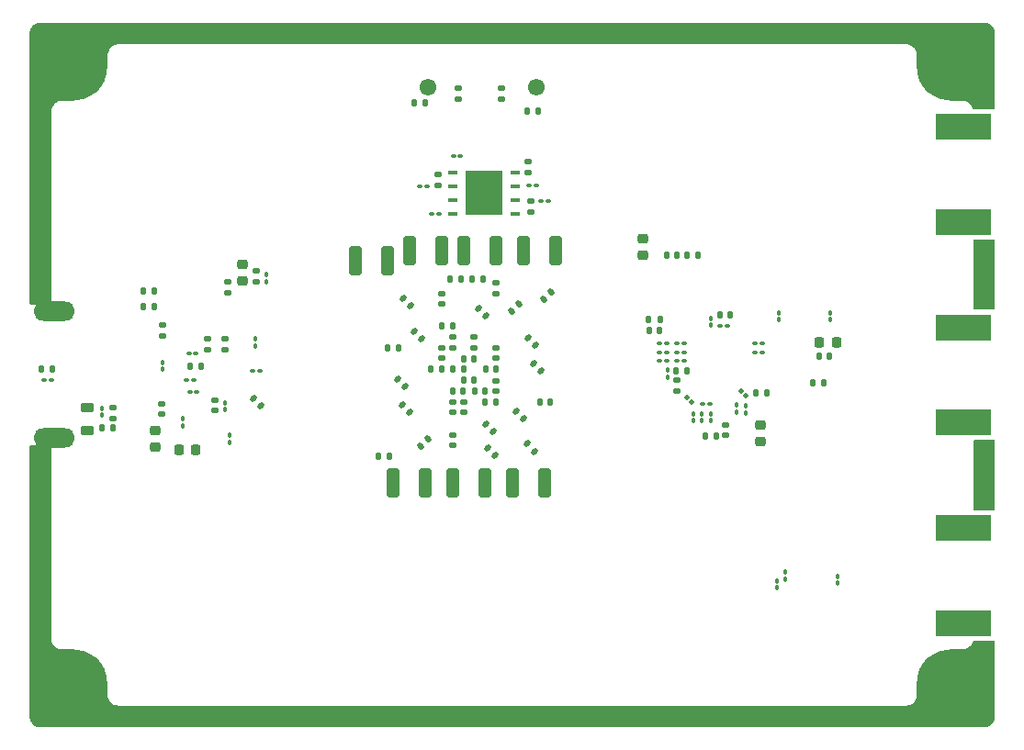
<source format=gbs>
%TF.GenerationSoftware,KiCad,Pcbnew,8.0.1*%
%TF.CreationDate,2024-04-14T19:48:44+02:00*%
%TF.ProjectId,start_1,73746172-745f-4312-9e6b-696361645f70,rev?*%
%TF.SameCoordinates,Original*%
%TF.FileFunction,Soldermask,Bot*%
%TF.FilePolarity,Negative*%
%FSLAX46Y46*%
G04 Gerber Fmt 4.6, Leading zero omitted, Abs format (unit mm)*
G04 Created by KiCad (PCBNEW 8.0.1) date 2024-04-14 19:48:44*
%MOMM*%
%LPD*%
G01*
G04 APERTURE LIST*
G04 Aperture macros list*
%AMRoundRect*
0 Rectangle with rounded corners*
0 $1 Rounding radius*
0 $2 $3 $4 $5 $6 $7 $8 $9 X,Y pos of 4 corners*
0 Add a 4 corners polygon primitive as box body*
4,1,4,$2,$3,$4,$5,$6,$7,$8,$9,$2,$3,0*
0 Add four circle primitives for the rounded corners*
1,1,$1+$1,$2,$3*
1,1,$1+$1,$4,$5*
1,1,$1+$1,$6,$7*
1,1,$1+$1,$8,$9*
0 Add four rect primitives between the rounded corners*
20,1,$1+$1,$2,$3,$4,$5,0*
20,1,$1+$1,$4,$5,$6,$7,0*
20,1,$1+$1,$6,$7,$8,$9,0*
20,1,$1+$1,$8,$9,$2,$3,0*%
G04 Aperture macros list end*
%ADD10R,0.965200X0.431800*%
%ADD11R,3.454400X4.038600*%
%ADD12C,0.800000*%
%ADD13C,6.400000*%
%ADD14R,5.080000X2.420000*%
%ADD15C,1.549400*%
%ADD16O,3.800000X1.800000*%
%ADD17RoundRect,0.140000X-0.140000X-0.170000X0.140000X-0.170000X0.140000X0.170000X-0.140000X0.170000X0*%
%ADD18RoundRect,0.100000X0.162635X-0.021213X-0.021213X0.162635X-0.162635X0.021213X0.021213X-0.162635X0*%
%ADD19RoundRect,0.147500X0.147500X0.172500X-0.147500X0.172500X-0.147500X-0.172500X0.147500X-0.172500X0*%
%ADD20RoundRect,0.100000X-0.100000X0.130000X-0.100000X-0.130000X0.100000X-0.130000X0.100000X0.130000X0*%
%ADD21RoundRect,0.140000X-0.170000X0.140000X-0.170000X-0.140000X0.170000X-0.140000X0.170000X0.140000X0*%
%ADD22RoundRect,0.140000X0.140000X0.170000X-0.140000X0.170000X-0.140000X-0.170000X0.140000X-0.170000X0*%
%ADD23RoundRect,0.140000X0.219203X0.021213X0.021213X0.219203X-0.219203X-0.021213X-0.021213X-0.219203X0*%
%ADD24RoundRect,0.135000X0.135000X0.185000X-0.135000X0.185000X-0.135000X-0.185000X0.135000X-0.185000X0*%
%ADD25RoundRect,0.218750X-0.381250X0.218750X-0.381250X-0.218750X0.381250X-0.218750X0.381250X0.218750X0*%
%ADD26RoundRect,0.100000X0.100000X-0.130000X0.100000X0.130000X-0.100000X0.130000X-0.100000X-0.130000X0*%
%ADD27RoundRect,0.140000X-0.219203X-0.021213X-0.021213X-0.219203X0.219203X0.021213X0.021213X0.219203X0*%
%ADD28RoundRect,0.250000X0.325000X1.100000X-0.325000X1.100000X-0.325000X-1.100000X0.325000X-1.100000X0*%
%ADD29RoundRect,0.140000X0.170000X-0.140000X0.170000X0.140000X-0.170000X0.140000X-0.170000X-0.140000X0*%
%ADD30RoundRect,0.147500X-0.147500X-0.172500X0.147500X-0.172500X0.147500X0.172500X-0.147500X0.172500X0*%
%ADD31RoundRect,0.135000X0.185000X-0.135000X0.185000X0.135000X-0.185000X0.135000X-0.185000X-0.135000X0*%
%ADD32RoundRect,0.250000X-0.325000X-1.100000X0.325000X-1.100000X0.325000X1.100000X-0.325000X1.100000X0*%
%ADD33RoundRect,0.100000X0.130000X0.100000X-0.130000X0.100000X-0.130000X-0.100000X0.130000X-0.100000X0*%
%ADD34RoundRect,0.135000X-0.135000X-0.185000X0.135000X-0.185000X0.135000X0.185000X-0.135000X0.185000X0*%
%ADD35RoundRect,0.135000X-0.185000X0.135000X-0.185000X-0.135000X0.185000X-0.135000X0.185000X0.135000X0*%
%ADD36RoundRect,0.225000X0.250000X-0.225000X0.250000X0.225000X-0.250000X0.225000X-0.250000X-0.225000X0*%
%ADD37RoundRect,0.100000X-0.130000X-0.100000X0.130000X-0.100000X0.130000X0.100000X-0.130000X0.100000X0*%
%ADD38RoundRect,0.147500X0.172500X-0.147500X0.172500X0.147500X-0.172500X0.147500X-0.172500X-0.147500X0*%
%ADD39RoundRect,0.225000X-0.250000X0.225000X-0.250000X-0.225000X0.250000X-0.225000X0.250000X0.225000X0*%
%ADD40RoundRect,0.140000X-0.021213X0.219203X-0.219203X0.021213X0.021213X-0.219203X0.219203X-0.021213X0*%
%ADD41RoundRect,0.147500X-0.172500X0.147500X-0.172500X-0.147500X0.172500X-0.147500X0.172500X0.147500X0*%
%ADD42RoundRect,0.225000X0.225000X0.250000X-0.225000X0.250000X-0.225000X-0.250000X0.225000X-0.250000X0*%
%ADD43RoundRect,0.140000X0.021213X-0.219203X0.219203X-0.021213X-0.021213X0.219203X-0.219203X0.021213X0*%
%ADD44RoundRect,0.225000X-0.225000X-0.250000X0.225000X-0.250000X0.225000X0.250000X-0.225000X0.250000X0*%
G04 APERTURE END LIST*
D10*
%TO.C,U2*%
X187770200Y-170832257D03*
X187770200Y-172102257D03*
X187770200Y-173372257D03*
X187770200Y-174642257D03*
X182029800Y-174642257D03*
X182029800Y-173372257D03*
X182029800Y-172102257D03*
X182029800Y-170832257D03*
D11*
X184900000Y-172737257D03*
%TD*%
D12*
%TO.C,H1*%
X225600000Y-218000000D03*
X226302944Y-216302944D03*
X226302944Y-219697056D03*
X228000000Y-215600000D03*
D13*
X228000000Y-218000000D03*
D12*
X228000000Y-220400000D03*
X229697056Y-216302944D03*
X229697056Y-219697056D03*
X230400000Y-218000000D03*
%TD*%
D14*
%TO.C,J3*%
X229130000Y-193880000D03*
X229130000Y-185120000D03*
%TD*%
%TO.C,J4*%
X229130000Y-212380000D03*
X229130000Y-203620000D03*
%TD*%
D12*
%TO.C,H2*%
X144600000Y-218000000D03*
X145302944Y-216302944D03*
X145302944Y-219697056D03*
X147000000Y-215600000D03*
D13*
X147000000Y-218000000D03*
D12*
X147000000Y-220400000D03*
X148697056Y-216302944D03*
X148697056Y-219697056D03*
X149400000Y-218000000D03*
%TD*%
D15*
%TO.C,J1*%
X179700000Y-163000000D03*
X189700000Y-163000000D03*
%TD*%
D16*
%TO.C,J2*%
X145300000Y-183650000D03*
X145300000Y-195350000D03*
%TD*%
D12*
%TO.C,H4*%
X144600000Y-161000000D03*
X145302944Y-159302944D03*
X145302944Y-162697056D03*
X147000000Y-158600000D03*
D13*
X147000000Y-161000000D03*
D12*
X147000000Y-163400000D03*
X148697056Y-159302944D03*
X148697056Y-162697056D03*
X149400000Y-161000000D03*
%TD*%
D14*
%TO.C,J5*%
X229130000Y-175380000D03*
X229130000Y-166620000D03*
%TD*%
D12*
%TO.C,H3*%
X225600000Y-161000000D03*
X226302944Y-159302944D03*
X226302944Y-162697056D03*
X228000000Y-158600000D03*
D13*
X228000000Y-161000000D03*
D12*
X228000000Y-163400000D03*
X229697056Y-159302944D03*
X229697056Y-162697056D03*
X230400000Y-161000000D03*
%TD*%
D17*
%TO.C,C42*%
X183020000Y-188000000D03*
X183980000Y-188000000D03*
%TD*%
D18*
%TO.C,C149*%
X208600000Y-191000000D03*
X209052548Y-191452548D03*
%TD*%
D19*
%TO.C,FB8*%
X204585000Y-178500000D03*
X203615000Y-178500000D03*
%TD*%
D20*
%TO.C,C143*%
X209000000Y-193020000D03*
X209000000Y-192380000D03*
%TD*%
D21*
%TO.C,C9*%
X186000000Y-181020000D03*
X186000000Y-181980000D03*
%TD*%
D17*
%TO.C,C40*%
X183020000Y-190000000D03*
X183980000Y-190000000D03*
%TD*%
D20*
%TO.C,C132*%
X201800000Y-189720000D03*
X201800000Y-189080000D03*
%TD*%
D22*
%TO.C,C16*%
X181980000Y-185000000D03*
X181020000Y-185000000D03*
%TD*%
D23*
%TO.C,C71*%
X164339411Y-192339411D03*
X163660589Y-191660589D03*
%TD*%
D24*
%TO.C,R16*%
X150710000Y-194400000D03*
X149690000Y-194400000D03*
%TD*%
D17*
%TO.C,C41*%
X184020000Y-191000000D03*
X184980000Y-191000000D03*
%TD*%
D25*
%TO.C,FB4*%
X148300000Y-192537500D03*
X148300000Y-194662500D03*
%TD*%
D26*
%TO.C,C70*%
X157100000Y-193560000D03*
X157100000Y-194200000D03*
%TD*%
D27*
%TO.C,C39*%
X188860589Y-195860589D03*
X189539411Y-196539411D03*
%TD*%
D28*
%TO.C,C18*%
X184975000Y-199500000D03*
X182025000Y-199500000D03*
%TD*%
D21*
%TO.C,C30*%
X182000000Y-195020000D03*
X182000000Y-195980000D03*
%TD*%
D28*
%TO.C,C6*%
X185975000Y-178000000D03*
X183025000Y-178000000D03*
%TD*%
D29*
%TO.C,C67*%
X155200000Y-193130000D03*
X155200000Y-192170000D03*
%TD*%
D22*
%TO.C,C37*%
X186000000Y-189000000D03*
X185040000Y-189000000D03*
%TD*%
D30*
%TO.C,FB5*%
X215765000Y-187750000D03*
X216735000Y-187750000D03*
%TD*%
D31*
%TO.C,R17*%
X161000000Y-187210000D03*
X161000000Y-186190000D03*
%TD*%
D22*
%TO.C,C64*%
X154480000Y-183200000D03*
X153520000Y-183200000D03*
%TD*%
D32*
%TO.C,C1*%
X178025000Y-178000000D03*
X180975000Y-178000000D03*
%TD*%
D20*
%TO.C,C136*%
X204200000Y-193720000D03*
X204200000Y-193080000D03*
%TD*%
D23*
%TO.C,C26*%
X178039411Y-192939411D03*
X177360589Y-192260589D03*
%TD*%
D33*
%TO.C,C139*%
X206680000Y-185000000D03*
X207320000Y-185000000D03*
%TD*%
D20*
%TO.C,C57*%
X163800000Y-186840000D03*
X163800000Y-186200000D03*
%TD*%
D34*
%TO.C,R10*%
X183790000Y-180700000D03*
X184810000Y-180700000D03*
%TD*%
D35*
%TO.C,R8*%
X182500000Y-163090000D03*
X182500000Y-164110000D03*
%TD*%
D36*
%TO.C,C130*%
X199500000Y-178500000D03*
X199500000Y-176950000D03*
%TD*%
D20*
%TO.C,C58*%
X149700000Y-193220000D03*
X149700000Y-192580000D03*
%TD*%
D37*
%TO.C,C66*%
X158140000Y-190000000D03*
X157500000Y-190000000D03*
%TD*%
D21*
%TO.C,C52*%
X159400000Y-186200000D03*
X159400000Y-187160000D03*
%TD*%
D24*
%TO.C,R9*%
X189910000Y-165200000D03*
X188890000Y-165200000D03*
%TD*%
D17*
%TO.C,C10*%
X176020000Y-187000000D03*
X176980000Y-187000000D03*
%TD*%
D33*
%TO.C,C73*%
X163560000Y-189100000D03*
X164200000Y-189100000D03*
%TD*%
D18*
%TO.C,C151*%
X203573726Y-191573726D03*
X204026274Y-192026274D03*
%TD*%
D29*
%TO.C,C22*%
X182000000Y-192980000D03*
X182000000Y-192020000D03*
%TD*%
D17*
%TO.C,C140*%
X200120000Y-185400000D03*
X201080000Y-185400000D03*
%TD*%
D22*
%TO.C,C27*%
X190980000Y-192000000D03*
X190020000Y-192000000D03*
%TD*%
D35*
%TO.C,R2*%
X180624200Y-171027258D03*
X180624200Y-172047258D03*
%TD*%
D29*
%TO.C,C44*%
X186000000Y-190980000D03*
X186000000Y-190020000D03*
%TD*%
D35*
%TO.C,R13*%
X186500000Y-163090000D03*
X186500000Y-164110000D03*
%TD*%
D29*
%TO.C,C53*%
X160100000Y-192800000D03*
X160100000Y-191840000D03*
%TD*%
D32*
%TO.C,C24*%
X176525000Y-199500000D03*
X179475000Y-199500000D03*
%TD*%
D17*
%TO.C,C12*%
X182040000Y-189000000D03*
X183000000Y-189000000D03*
%TD*%
D29*
%TO.C,C15*%
X181000000Y-187980000D03*
X181000000Y-187020000D03*
%TD*%
D34*
%TO.C,R33*%
X200090000Y-184400000D03*
X201110000Y-184400000D03*
%TD*%
D21*
%TO.C,C8*%
X186000000Y-187020000D03*
X186000000Y-187980000D03*
%TD*%
D26*
%TO.C,C112*%
X216800000Y-183780000D03*
X216800000Y-184420000D03*
%TD*%
D21*
%TO.C,C43*%
X183000000Y-192020000D03*
X183000000Y-192980000D03*
%TD*%
D33*
%TO.C,C134*%
X201080000Y-186600000D03*
X201720000Y-186600000D03*
%TD*%
D17*
%TO.C,C23*%
X182000000Y-191000000D03*
X182960000Y-191000000D03*
%TD*%
D21*
%TO.C,C20*%
X181000000Y-182020000D03*
X181000000Y-182980000D03*
%TD*%
D33*
%TO.C,C152*%
X201080000Y-187400000D03*
X201720000Y-187400000D03*
%TD*%
D26*
%TO.C,C65*%
X155300000Y-188360000D03*
X155300000Y-189000000D03*
%TD*%
D36*
%TO.C,C51*%
X162600000Y-180875000D03*
X162600000Y-179325000D03*
%TD*%
D38*
%TO.C,FB3*%
X161300000Y-181900000D03*
X161300000Y-180930000D03*
%TD*%
D33*
%TO.C,C153*%
X201080000Y-188200000D03*
X201720000Y-188200000D03*
%TD*%
D23*
%TO.C,C33*%
X190113137Y-189113137D03*
X189434315Y-188434315D03*
%TD*%
D39*
%TO.C,C49*%
X154600000Y-194625000D03*
X154600000Y-196175000D03*
%TD*%
D17*
%TO.C,C54*%
X153520000Y-181800000D03*
X154480000Y-181800000D03*
%TD*%
D30*
%TO.C,FB2*%
X144115000Y-189000000D03*
X145085000Y-189000000D03*
%TD*%
D37*
%TO.C,C68*%
X158420000Y-191100000D03*
X157780000Y-191100000D03*
%TD*%
D26*
%TO.C,C120*%
X211900000Y-208480000D03*
X211900000Y-209120000D03*
%TD*%
D40*
%TO.C,C5*%
X188139411Y-182910589D03*
X187460589Y-183589411D03*
%TD*%
D37*
%TO.C,C56*%
X158320000Y-187500000D03*
X157680000Y-187500000D03*
%TD*%
D41*
%TO.C,FB7*%
X202650000Y-190015000D03*
X202650000Y-190985000D03*
%TD*%
D29*
%TO.C,C55*%
X163900000Y-180880000D03*
X163900000Y-179920000D03*
%TD*%
D27*
%TO.C,C32*%
X176910589Y-189860589D03*
X177589411Y-190539411D03*
%TD*%
D33*
%TO.C,C148*%
X209880000Y-186600000D03*
X210520000Y-186600000D03*
%TD*%
D29*
%TO.C,C19*%
X182000000Y-186980000D03*
X182000000Y-186020000D03*
%TD*%
D27*
%TO.C,C21*%
X188960589Y-186060589D03*
X189639411Y-186739411D03*
%TD*%
D37*
%TO.C,C147*%
X203320000Y-187400000D03*
X202680000Y-187400000D03*
%TD*%
D23*
%TO.C,C4*%
X179100000Y-186139411D03*
X178421178Y-185460589D03*
%TD*%
D37*
%TO.C,C47*%
X182720000Y-169337258D03*
X182080000Y-169337258D03*
%TD*%
D24*
%TO.C,R12*%
X179510000Y-164400000D03*
X178490000Y-164400000D03*
%TD*%
D37*
%TO.C,R5*%
X189720000Y-172037258D03*
X189080000Y-172037258D03*
%TD*%
D26*
%TO.C,C61*%
X164800000Y-180280000D03*
X164800000Y-180920000D03*
%TD*%
D29*
%TO.C,C46*%
X184000000Y-186980000D03*
X184000000Y-186020000D03*
%TD*%
D27*
%TO.C,C36*%
X185060589Y-194060589D03*
X185739411Y-194739411D03*
%TD*%
D42*
%TO.C,C50*%
X158350000Y-196400000D03*
X156800000Y-196400000D03*
%TD*%
D43*
%TO.C,C28*%
X179060589Y-196039411D03*
X179739411Y-195360589D03*
%TD*%
D26*
%TO.C,C63*%
X161000000Y-192060000D03*
X161000000Y-192700000D03*
%TD*%
%TO.C,C146*%
X205800000Y-184280000D03*
X205800000Y-184920000D03*
%TD*%
D33*
%TO.C,R7*%
X178980000Y-172137258D03*
X179620000Y-172137258D03*
%TD*%
D26*
%TO.C,C124*%
X217500000Y-208080000D03*
X217500000Y-208720000D03*
%TD*%
D37*
%TO.C,C137*%
X203320000Y-186600000D03*
X202680000Y-186600000D03*
%TD*%
D20*
%TO.C,C133*%
X205000000Y-193720000D03*
X205000000Y-193080000D03*
%TD*%
D24*
%TO.C,R37*%
X211010000Y-191200000D03*
X209990000Y-191200000D03*
%TD*%
D20*
%TO.C,C135*%
X208200000Y-192920000D03*
X208200000Y-192280000D03*
%TD*%
D22*
%TO.C,C35*%
X176160000Y-197000000D03*
X175200000Y-197000000D03*
%TD*%
D23*
%TO.C,C31*%
X185939411Y-196939411D03*
X185260589Y-196260589D03*
%TD*%
D26*
%TO.C,C102*%
X212100000Y-183780000D03*
X212100000Y-184420000D03*
%TD*%
D24*
%TO.C,R11*%
X182810000Y-180700000D03*
X181790000Y-180700000D03*
%TD*%
D37*
%TO.C,C138*%
X203320000Y-188200000D03*
X202680000Y-188200000D03*
%TD*%
D28*
%TO.C,C2*%
X191475000Y-178000000D03*
X188525000Y-178000000D03*
%TD*%
D20*
%TO.C,C69*%
X161400000Y-195720000D03*
X161400000Y-195080000D03*
%TD*%
D23*
%TO.C,C13*%
X185039411Y-184039411D03*
X184360589Y-183360589D03*
%TD*%
D27*
%TO.C,C29*%
X187860589Y-192860589D03*
X188539411Y-193539411D03*
%TD*%
D35*
%TO.C,R1*%
X189000000Y-169827258D03*
X189000000Y-170847258D03*
%TD*%
D40*
%TO.C,C11*%
X191113137Y-181886863D03*
X190434315Y-182565685D03*
%TD*%
D37*
%TO.C,C142*%
X205720000Y-192200000D03*
X205080000Y-192200000D03*
%TD*%
D33*
%TO.C,R4*%
X180104200Y-174637257D03*
X180744200Y-174637257D03*
%TD*%
D17*
%TO.C,C145*%
X202620000Y-189100000D03*
X203580000Y-189100000D03*
%TD*%
D23*
%TO.C,C7*%
X178100000Y-183139411D03*
X177421178Y-182460589D03*
%TD*%
D34*
%TO.C,R14*%
X157790000Y-188700000D03*
X158810000Y-188700000D03*
%TD*%
D44*
%TO.C,C99*%
X215825000Y-186500000D03*
X217375000Y-186500000D03*
%TD*%
D31*
%TO.C,R3*%
X189200000Y-174447257D03*
X189200000Y-173427257D03*
%TD*%
D20*
%TO.C,C131*%
X205800000Y-193720000D03*
X205800000Y-193080000D03*
%TD*%
D17*
%TO.C,C45*%
X185020000Y-192000000D03*
X185980000Y-192000000D03*
%TD*%
D32*
%TO.C,C25*%
X187525000Y-199500000D03*
X190475000Y-199500000D03*
%TD*%
D29*
%TO.C,C62*%
X155300000Y-185880000D03*
X155300000Y-184920000D03*
%TD*%
D22*
%TO.C,C144*%
X207600000Y-184000000D03*
X206640000Y-184000000D03*
%TD*%
D29*
%TO.C,C141*%
X207200000Y-195080000D03*
X207200000Y-194120000D03*
%TD*%
D37*
%TO.C,R6*%
X190820000Y-173437258D03*
X190180000Y-173437258D03*
%TD*%
%TO.C,C48*%
X145020000Y-190000000D03*
X144380000Y-190000000D03*
%TD*%
D28*
%TO.C,C3*%
X175999999Y-179000000D03*
X173049999Y-179000000D03*
%TD*%
D17*
%TO.C,C38*%
X180000000Y-189000000D03*
X180960000Y-189000000D03*
%TD*%
D24*
%TO.C,R36*%
X216210000Y-190200000D03*
X215190000Y-190200000D03*
%TD*%
D31*
%TO.C,R15*%
X150700000Y-193510000D03*
X150700000Y-192490000D03*
%TD*%
D22*
%TO.C,C150*%
X202680000Y-178500000D03*
X201720000Y-178500000D03*
%TD*%
D24*
%TO.C,R34*%
X206310000Y-195100000D03*
X205290000Y-195100000D03*
%TD*%
D26*
%TO.C,C123*%
X212700000Y-207680000D03*
X212700000Y-208320000D03*
%TD*%
D33*
%TO.C,C101*%
X209880000Y-187400000D03*
X210520000Y-187400000D03*
%TD*%
D39*
%TO.C,C129*%
X210400000Y-194125000D03*
X210400000Y-195675000D03*
%TD*%
G36*
X144943039Y-196019685D02*
G01*
X144988794Y-196072489D01*
X145000000Y-196124000D01*
X145000000Y-213799998D01*
X145009999Y-213939994D01*
X145019999Y-213999996D01*
X145040000Y-214079998D01*
X145079995Y-214189988D01*
X145079998Y-214189995D01*
X145120000Y-214280000D01*
X145169993Y-214359991D01*
X145225200Y-214433599D01*
X145249676Y-214499041D01*
X145250000Y-214507999D01*
X145250000Y-215376000D01*
X145230315Y-215443039D01*
X145177511Y-215488794D01*
X145126001Y-215500000D01*
X145000000Y-215500000D01*
X145000000Y-220000000D01*
X145126000Y-220000000D01*
X145193039Y-220019685D01*
X145238794Y-220072489D01*
X145250000Y-220124000D01*
X145250000Y-221876000D01*
X145230315Y-221943039D01*
X145177511Y-221988794D01*
X145126000Y-222000000D01*
X144001527Y-222000000D01*
X143998490Y-221999963D01*
X143912420Y-221997854D01*
X143891266Y-221995508D01*
X143720993Y-221961639D01*
X143697731Y-221954583D01*
X143538745Y-221888728D01*
X143517307Y-221877269D01*
X143374224Y-221781664D01*
X143355434Y-221766243D01*
X143233756Y-221644565D01*
X143218335Y-221625775D01*
X143122730Y-221482692D01*
X143111271Y-221461254D01*
X143045416Y-221302268D01*
X143038360Y-221279006D01*
X143004491Y-221108733D01*
X143002145Y-221087578D01*
X143000037Y-221001509D01*
X143000000Y-220998473D01*
X143000000Y-196124000D01*
X143019685Y-196056961D01*
X143072489Y-196011206D01*
X143124000Y-196000000D01*
X144876000Y-196000000D01*
X144943039Y-196019685D01*
G37*
G36*
X145193039Y-157019685D02*
G01*
X145238794Y-157072489D01*
X145250000Y-157124000D01*
X145250000Y-158876000D01*
X145230315Y-158943039D01*
X145177511Y-158988794D01*
X145126000Y-159000000D01*
X145000000Y-159000000D01*
X145000000Y-163500000D01*
X145126000Y-163500000D01*
X145193039Y-163519685D01*
X145238794Y-163572489D01*
X145250000Y-163624000D01*
X145250000Y-164492000D01*
X145230315Y-164559039D01*
X145225200Y-164566400D01*
X145169993Y-164640008D01*
X145120000Y-164719999D01*
X145079998Y-164810004D01*
X145079992Y-164810020D01*
X145039999Y-164920002D01*
X145020001Y-164999998D01*
X145009999Y-165060007D01*
X145000000Y-165200001D01*
X145000000Y-182876000D01*
X144980315Y-182943039D01*
X144927511Y-182988794D01*
X144876000Y-183000000D01*
X143124000Y-183000000D01*
X143056961Y-182980315D01*
X143011206Y-182927511D01*
X143000000Y-182876000D01*
X143000000Y-158001526D01*
X143000037Y-157998490D01*
X143002145Y-157912421D01*
X143004491Y-157891266D01*
X143038360Y-157720993D01*
X143045416Y-157697731D01*
X143111271Y-157538745D01*
X143122730Y-157517307D01*
X143218335Y-157374224D01*
X143233756Y-157355434D01*
X143355434Y-157233756D01*
X143374224Y-157218335D01*
X143517307Y-157122730D01*
X143538745Y-157111271D01*
X143697731Y-157045416D01*
X143720993Y-157038360D01*
X143891266Y-157004491D01*
X143912421Y-157002145D01*
X143998491Y-157000037D01*
X144001527Y-157000000D01*
X145126000Y-157000000D01*
X145193039Y-157019685D01*
G37*
G36*
X225521979Y-158752382D02*
G01*
X225532034Y-158754382D01*
X225593946Y-158786767D01*
X225628520Y-158847483D01*
X225624781Y-158917252D01*
X225583915Y-158973924D01*
X225518897Y-158999506D01*
X225510100Y-158999899D01*
X225510000Y-159000000D01*
X225510000Y-160876000D01*
X225490315Y-160943039D01*
X225437511Y-160988794D01*
X225386000Y-161000000D01*
X224924000Y-161000000D01*
X224856961Y-160980315D01*
X224811206Y-160927511D01*
X224800000Y-160876000D01*
X224800000Y-159850002D01*
X224769997Y-159719990D01*
X224740004Y-159630012D01*
X224700001Y-159540003D01*
X224699997Y-159539996D01*
X224640002Y-159440001D01*
X224639999Y-159439996D01*
X224580003Y-159360005D01*
X224580000Y-159360000D01*
X224517106Y-159292894D01*
X224449997Y-159229998D01*
X224370002Y-159170002D01*
X224369989Y-159169993D01*
X224289999Y-159119998D01*
X224200022Y-159080010D01*
X224199994Y-159079999D01*
X224090004Y-159040001D01*
X224009999Y-159020000D01*
X223949992Y-159009999D01*
X223809998Y-159000000D01*
X223807644Y-159000000D01*
X223740605Y-158980315D01*
X223694850Y-158927511D01*
X223684906Y-158858353D01*
X223713931Y-158794797D01*
X223772709Y-158757023D01*
X223787804Y-158753597D01*
X223800143Y-158751597D01*
X223819983Y-158750000D01*
X225497789Y-158750000D01*
X225521979Y-158752382D01*
G37*
G36*
X144917254Y-163385220D02*
G01*
X144973926Y-163426087D01*
X144999507Y-163491105D01*
X144999899Y-163499899D01*
X145000000Y-163500000D01*
X146876000Y-163500000D01*
X146943039Y-163519685D01*
X146988794Y-163572489D01*
X147000000Y-163624000D01*
X147000000Y-164094917D01*
X146980315Y-164161956D01*
X146927511Y-164207711D01*
X146874922Y-164218912D01*
X145850003Y-164209999D01*
X145719990Y-164240001D01*
X145630012Y-164269995D01*
X145540003Y-164309998D01*
X145539996Y-164310002D01*
X145440001Y-164369997D01*
X145439996Y-164370000D01*
X145360005Y-164429996D01*
X145360000Y-164429999D01*
X145292894Y-164492893D01*
X145229998Y-164560002D01*
X145169993Y-164640008D01*
X145120000Y-164719999D01*
X145079998Y-164810004D01*
X145079992Y-164810020D01*
X145039999Y-164920002D01*
X145020001Y-164999998D01*
X145009999Y-165060007D01*
X145000000Y-165200001D01*
X145000000Y-165202355D01*
X144980315Y-165269394D01*
X144927511Y-165315149D01*
X144858353Y-165325093D01*
X144794797Y-165296068D01*
X144757023Y-165237290D01*
X144753598Y-165222197D01*
X144751598Y-165209859D01*
X144750000Y-165190017D01*
X144750000Y-163512210D01*
X144752383Y-163488017D01*
X144754383Y-163477963D01*
X144786769Y-163416053D01*
X144847485Y-163381479D01*
X144917254Y-163385220D01*
G37*
G36*
X231943039Y-214019685D02*
G01*
X231988794Y-214072489D01*
X232000000Y-214124000D01*
X232000000Y-220998473D01*
X231999963Y-221001511D01*
X231997854Y-221087580D01*
X231995508Y-221108733D01*
X231961639Y-221279006D01*
X231954583Y-221302268D01*
X231888728Y-221461254D01*
X231877269Y-221482692D01*
X231781664Y-221625775D01*
X231766243Y-221644565D01*
X231644565Y-221766243D01*
X231625775Y-221781664D01*
X231482692Y-221877269D01*
X231461254Y-221888728D01*
X231302268Y-221954583D01*
X231279006Y-221961639D01*
X231108733Y-221995508D01*
X231087580Y-221997854D01*
X231001511Y-221999963D01*
X230998473Y-222000000D01*
X229874000Y-222000000D01*
X229806961Y-221980315D01*
X229761206Y-221927511D01*
X229750000Y-221876000D01*
X229750000Y-220124000D01*
X229769685Y-220056961D01*
X229822489Y-220011206D01*
X229874000Y-220000000D01*
X230000000Y-220000000D01*
X230000000Y-215500001D01*
X229999999Y-215500000D01*
X229873999Y-215500000D01*
X229806960Y-215480315D01*
X229761205Y-215427511D01*
X229750000Y-215376000D01*
X229750000Y-214507999D01*
X229769685Y-214440960D01*
X229774800Y-214433599D01*
X229830006Y-214359991D01*
X229879999Y-214280000D01*
X229920001Y-214189995D01*
X229920004Y-214189988D01*
X229959409Y-214081624D01*
X230000819Y-214025348D01*
X230066080Y-214000393D01*
X230075944Y-214000000D01*
X231876000Y-214000000D01*
X231943039Y-214019685D01*
G37*
G36*
X231001509Y-157000037D02*
G01*
X231087578Y-157002145D01*
X231108733Y-157004491D01*
X231279006Y-157038360D01*
X231302268Y-157045416D01*
X231461254Y-157111271D01*
X231482692Y-157122730D01*
X231625775Y-157218335D01*
X231644565Y-157233756D01*
X231766243Y-157355434D01*
X231781664Y-157374224D01*
X231877269Y-157517307D01*
X231888728Y-157538745D01*
X231954583Y-157697731D01*
X231961639Y-157720993D01*
X231995508Y-157891266D01*
X231997854Y-157912419D01*
X231999963Y-157998488D01*
X232000000Y-158001526D01*
X232000000Y-164876000D01*
X231980315Y-164943039D01*
X231927511Y-164988794D01*
X231876000Y-165000000D01*
X230075944Y-165000000D01*
X230008905Y-164980315D01*
X229963150Y-164927511D01*
X229959409Y-164918376D01*
X229920004Y-164810011D01*
X229920001Y-164810004D01*
X229879999Y-164719999D01*
X229830006Y-164640008D01*
X229774800Y-164566400D01*
X229750324Y-164500957D01*
X229750000Y-164492000D01*
X229750000Y-163623999D01*
X229769685Y-163556960D01*
X229822489Y-163511205D01*
X229874000Y-163499999D01*
X230000000Y-163499999D01*
X230000000Y-159000000D01*
X229874000Y-159000000D01*
X229806961Y-158980315D01*
X229761206Y-158927511D01*
X229750000Y-158876000D01*
X229750000Y-157124000D01*
X229769685Y-157056961D01*
X229822489Y-157011206D01*
X229874000Y-157000000D01*
X230998473Y-157000000D01*
X231001509Y-157000037D01*
G37*
G36*
X144943039Y-219769685D02*
G01*
X144988794Y-219822489D01*
X145000000Y-219874000D01*
X145000000Y-220000000D01*
X149499999Y-220000000D01*
X149499999Y-219874000D01*
X149519684Y-219806961D01*
X149572488Y-219761206D01*
X149623999Y-219750000D01*
X150492000Y-219750000D01*
X150559039Y-219769685D01*
X150566400Y-219774800D01*
X150640008Y-219830006D01*
X150719999Y-219879999D01*
X150719998Y-219879999D01*
X150810004Y-219920001D01*
X150810011Y-219920004D01*
X150920001Y-219959999D01*
X151000004Y-219980000D01*
X151060006Y-219990000D01*
X151060004Y-219990000D01*
X151200001Y-219999999D01*
X151200012Y-220000000D01*
X223799988Y-220000000D01*
X223799998Y-219999999D01*
X223939994Y-219990000D01*
X223999996Y-219980000D01*
X224079998Y-219959999D01*
X224189988Y-219920004D01*
X224189995Y-219920001D01*
X224280000Y-219879999D01*
X224359991Y-219830006D01*
X224433600Y-219774800D01*
X224499043Y-219750324D01*
X224508000Y-219750000D01*
X225376001Y-219750000D01*
X225443040Y-219769685D01*
X225488795Y-219822489D01*
X225500001Y-219874000D01*
X225500001Y-220000000D01*
X230000000Y-220000000D01*
X230000000Y-219874000D01*
X230019685Y-219806961D01*
X230072489Y-219761206D01*
X230124000Y-219750000D01*
X231876000Y-219750000D01*
X231943039Y-219769685D01*
X231988794Y-219822489D01*
X232000000Y-219874000D01*
X232000000Y-220998473D01*
X231999963Y-221001511D01*
X231997854Y-221087580D01*
X231995508Y-221108733D01*
X231961639Y-221279006D01*
X231954583Y-221302268D01*
X231888728Y-221461254D01*
X231877269Y-221482692D01*
X231781664Y-221625775D01*
X231766243Y-221644565D01*
X231644565Y-221766243D01*
X231625775Y-221781664D01*
X231482692Y-221877269D01*
X231461254Y-221888728D01*
X231302268Y-221954583D01*
X231279006Y-221961639D01*
X231108733Y-221995508D01*
X231087580Y-221997854D01*
X231001511Y-221999963D01*
X230998473Y-222000000D01*
X144001527Y-222000000D01*
X143998490Y-221999963D01*
X143912420Y-221997854D01*
X143891266Y-221995508D01*
X143720993Y-221961639D01*
X143697731Y-221954583D01*
X143538745Y-221888728D01*
X143517307Y-221877269D01*
X143374224Y-221781664D01*
X143355434Y-221766243D01*
X143233756Y-221644565D01*
X143218335Y-221625775D01*
X143122730Y-221482692D01*
X143111271Y-221461254D01*
X143045416Y-221302268D01*
X143038360Y-221279006D01*
X143004491Y-221108733D01*
X143002145Y-221087578D01*
X143000037Y-221001509D01*
X143000000Y-220998473D01*
X143000000Y-219874000D01*
X143019685Y-219806961D01*
X143072489Y-219761206D01*
X143124000Y-219750000D01*
X144876000Y-219750000D01*
X144943039Y-219769685D01*
G37*
G36*
X150161956Y-218019685D02*
G01*
X150207711Y-218072489D01*
X150218912Y-218125078D01*
X150209999Y-219149996D01*
X150240001Y-219280009D01*
X150269995Y-219369989D01*
X150269997Y-219369994D01*
X150309996Y-219459992D01*
X150309998Y-219459996D01*
X150369998Y-219559997D01*
X150429998Y-219639998D01*
X150429999Y-219639999D01*
X150492893Y-219707105D01*
X150560002Y-219770001D01*
X150640008Y-219830006D01*
X150719999Y-219879999D01*
X150719998Y-219879999D01*
X150810004Y-219920001D01*
X150810011Y-219920004D01*
X150920001Y-219959999D01*
X151000004Y-219980000D01*
X151060006Y-219990000D01*
X151060004Y-219990000D01*
X151200001Y-219999999D01*
X151200012Y-220000000D01*
X151202356Y-220000000D01*
X151269395Y-220019685D01*
X151315150Y-220072489D01*
X151325094Y-220141647D01*
X151296069Y-220205203D01*
X151237291Y-220242977D01*
X151222196Y-220246403D01*
X151209857Y-220248403D01*
X151190017Y-220250000D01*
X149512210Y-220250000D01*
X149488020Y-220247618D01*
X149477965Y-220245618D01*
X149416053Y-220213233D01*
X149381479Y-220152517D01*
X149385218Y-220082748D01*
X149426084Y-220026076D01*
X149491102Y-220000494D01*
X149499897Y-220000100D01*
X149499999Y-219999999D01*
X149500000Y-218124000D01*
X149519685Y-218056960D01*
X149572489Y-218011206D01*
X149624000Y-218000000D01*
X150094917Y-218000000D01*
X150161956Y-218019685D01*
G37*
G36*
X231943039Y-195519685D02*
G01*
X231988794Y-195572489D01*
X232000000Y-195624000D01*
X232000000Y-201876000D01*
X231980315Y-201943039D01*
X231927511Y-201988794D01*
X231876000Y-202000000D01*
X230124000Y-202000000D01*
X230056961Y-201980315D01*
X230011206Y-201927511D01*
X230000000Y-201876000D01*
X230000000Y-195624000D01*
X230019685Y-195556961D01*
X230072489Y-195511206D01*
X230124000Y-195500000D01*
X231876000Y-195500000D01*
X231943039Y-195519685D01*
G37*
G36*
X151211979Y-158752382D02*
G01*
X151222034Y-158754382D01*
X151283946Y-158786767D01*
X151318520Y-158847483D01*
X151314781Y-158917252D01*
X151273915Y-158973924D01*
X151208897Y-158999506D01*
X151202216Y-158999804D01*
X151202221Y-158999921D01*
X151200001Y-159000000D01*
X151060010Y-159009998D01*
X151060003Y-159009999D01*
X151000002Y-159019999D01*
X150920003Y-159039999D01*
X150810011Y-159079995D01*
X150810004Y-159079998D01*
X150719999Y-159120000D01*
X150640008Y-159169993D01*
X150560002Y-159229998D01*
X150492893Y-159292894D01*
X150429999Y-159360000D01*
X150429998Y-159360001D01*
X150369998Y-159440002D01*
X150309998Y-159540003D01*
X150309996Y-159540007D01*
X150269997Y-159630005D01*
X150269995Y-159630010D01*
X150240001Y-159719990D01*
X150209999Y-159850003D01*
X150218912Y-160874922D01*
X150199811Y-160942130D01*
X150147407Y-160988342D01*
X150094917Y-161000000D01*
X149624000Y-161000000D01*
X149556961Y-160980315D01*
X149511206Y-160927511D01*
X149500000Y-160876000D01*
X149500000Y-159000000D01*
X149499103Y-158999103D01*
X149435117Y-158980315D01*
X149389362Y-158927511D01*
X149379418Y-158858353D01*
X149408443Y-158794797D01*
X149467221Y-158757023D01*
X149477966Y-158754382D01*
X149488021Y-158752382D01*
X149512211Y-158750000D01*
X151187789Y-158750000D01*
X151211979Y-158752382D01*
G37*
G36*
X230193039Y-214019685D02*
G01*
X230238794Y-214072489D01*
X230250000Y-214124000D01*
X230250000Y-215487790D01*
X230247617Y-215511983D01*
X230245617Y-215522037D01*
X230213231Y-215583947D01*
X230152515Y-215618521D01*
X230082746Y-215614780D01*
X230026074Y-215573913D01*
X230000493Y-215508895D01*
X230000100Y-215500102D01*
X229999999Y-215500000D01*
X228124000Y-215500000D01*
X228056960Y-215480315D01*
X228011206Y-215427511D01*
X228000000Y-215376000D01*
X228000000Y-214905082D01*
X228019685Y-214838043D01*
X228072489Y-214792288D01*
X228125078Y-214781087D01*
X229149996Y-214790000D01*
X229280009Y-214759998D01*
X229369989Y-214730004D01*
X229369994Y-214730002D01*
X229459992Y-214690003D01*
X229459996Y-214690001D01*
X229559997Y-214630001D01*
X229639998Y-214570001D01*
X229639999Y-214570000D01*
X229707105Y-214507106D01*
X229770001Y-214439997D01*
X229830006Y-214359991D01*
X229879999Y-214280000D01*
X229920001Y-214189995D01*
X229920004Y-214189988D01*
X229959409Y-214081624D01*
X230000819Y-214025348D01*
X230066080Y-214000393D01*
X230075944Y-214000000D01*
X230126000Y-214000000D01*
X230193039Y-214019685D01*
G37*
G36*
X231001509Y-157000037D02*
G01*
X231087578Y-157002145D01*
X231108733Y-157004491D01*
X231279006Y-157038360D01*
X231302268Y-157045416D01*
X231461254Y-157111271D01*
X231482692Y-157122730D01*
X231625775Y-157218335D01*
X231644565Y-157233756D01*
X231766243Y-157355434D01*
X231781664Y-157374224D01*
X231877269Y-157517307D01*
X231888728Y-157538745D01*
X231954583Y-157697731D01*
X231961639Y-157720993D01*
X231995508Y-157891266D01*
X231997854Y-157912419D01*
X231999963Y-157998488D01*
X232000000Y-158001526D01*
X232000000Y-159126000D01*
X231980315Y-159193039D01*
X231927511Y-159238794D01*
X231876000Y-159250000D01*
X230124000Y-159250000D01*
X230056961Y-159230315D01*
X230011206Y-159177511D01*
X230000000Y-159126000D01*
X230000000Y-159000000D01*
X225510000Y-159000000D01*
X225510000Y-159126000D01*
X225490315Y-159193039D01*
X225437511Y-159238794D01*
X225386000Y-159250000D01*
X224518000Y-159250000D01*
X224450961Y-159230315D01*
X224443600Y-159225200D01*
X224370002Y-159170002D01*
X224369989Y-159169993D01*
X224289999Y-159119998D01*
X224200022Y-159080010D01*
X224199994Y-159079999D01*
X224090004Y-159040001D01*
X224009999Y-159020000D01*
X223949992Y-159009999D01*
X223809998Y-159000000D01*
X151200001Y-159000000D01*
X151060010Y-159009998D01*
X151060003Y-159009999D01*
X151000002Y-159019999D01*
X150920003Y-159039999D01*
X150810011Y-159079995D01*
X150810004Y-159079998D01*
X150719999Y-159120000D01*
X150640008Y-159169993D01*
X150566400Y-159225200D01*
X150500957Y-159249676D01*
X150492000Y-159250000D01*
X149624000Y-159250000D01*
X149556961Y-159230315D01*
X149511206Y-159177511D01*
X149500000Y-159126000D01*
X149500000Y-159000000D01*
X145000000Y-159000000D01*
X145000000Y-159126000D01*
X144980315Y-159193039D01*
X144927511Y-159238794D01*
X144876000Y-159250000D01*
X143124000Y-159250000D01*
X143056961Y-159230315D01*
X143011206Y-159177511D01*
X143000000Y-159126000D01*
X143000000Y-158001526D01*
X143000037Y-157998490D01*
X143002145Y-157912421D01*
X143004491Y-157891266D01*
X143038360Y-157720993D01*
X143045416Y-157697731D01*
X143111271Y-157538745D01*
X143122730Y-157517307D01*
X143218335Y-157374224D01*
X143233756Y-157355434D01*
X143355434Y-157233756D01*
X143374224Y-157218335D01*
X143517307Y-157122730D01*
X143538745Y-157111271D01*
X143697731Y-157045416D01*
X143720993Y-157038360D01*
X143891266Y-157004491D01*
X143912421Y-157002145D01*
X143998491Y-157000037D01*
X144001527Y-157000000D01*
X230998473Y-157000000D01*
X231001509Y-157000037D01*
G37*
G36*
X225443039Y-218019685D02*
G01*
X225488794Y-218072489D01*
X225500000Y-218124000D01*
X225500000Y-219999999D01*
X225500897Y-220000896D01*
X225564884Y-220019685D01*
X225610639Y-220072489D01*
X225620583Y-220141647D01*
X225591558Y-220205203D01*
X225532780Y-220242977D01*
X225522035Y-220245618D01*
X225511980Y-220247618D01*
X225487790Y-220250000D01*
X223812211Y-220250000D01*
X223788021Y-220247618D01*
X223777966Y-220245618D01*
X223716054Y-220213233D01*
X223681480Y-220152517D01*
X223685219Y-220082748D01*
X223726085Y-220026076D01*
X223791103Y-220000494D01*
X223797783Y-220000195D01*
X223797779Y-220000079D01*
X223799998Y-219999999D01*
X223939994Y-219990000D01*
X223999996Y-219980000D01*
X224079998Y-219959999D01*
X224189988Y-219920004D01*
X224189995Y-219920001D01*
X224280000Y-219879999D01*
X224359991Y-219830006D01*
X224439997Y-219770001D01*
X224507106Y-219707105D01*
X224570000Y-219639999D01*
X224570001Y-219639998D01*
X224630001Y-219559997D01*
X224690001Y-219459996D01*
X224690003Y-219459992D01*
X224730002Y-219369994D01*
X224730004Y-219369989D01*
X224759998Y-219280009D01*
X224790000Y-219149996D01*
X224781088Y-218125078D01*
X224800189Y-218057870D01*
X224852593Y-218011658D01*
X224905083Y-218000000D01*
X225376000Y-218000000D01*
X225443039Y-218019685D01*
G37*
G36*
X144917254Y-213685220D02*
G01*
X144973926Y-213726087D01*
X144999507Y-213791105D01*
X144999804Y-213797783D01*
X144999921Y-213797779D01*
X145000000Y-213799998D01*
X145009999Y-213939994D01*
X145019999Y-213999996D01*
X145040000Y-214079998D01*
X145079995Y-214189988D01*
X145079998Y-214189995D01*
X145120000Y-214280000D01*
X145169993Y-214359991D01*
X145229998Y-214439997D01*
X145292894Y-214507106D01*
X145360000Y-214570000D01*
X145360001Y-214570001D01*
X145440002Y-214630001D01*
X145540003Y-214690001D01*
X145540007Y-214690003D01*
X145630005Y-214730002D01*
X145630010Y-214730004D01*
X145719990Y-214759998D01*
X145850003Y-214790000D01*
X146874922Y-214781087D01*
X146942130Y-214800188D01*
X146988342Y-214852592D01*
X147000000Y-214905082D01*
X147000000Y-215376000D01*
X146980315Y-215443039D01*
X146927511Y-215488794D01*
X146876000Y-215500000D01*
X145000000Y-215500000D01*
X144999103Y-215500898D01*
X144980315Y-215564883D01*
X144927511Y-215610638D01*
X144858353Y-215620582D01*
X144794797Y-215591557D01*
X144757023Y-215532779D01*
X144754383Y-215522037D01*
X144752383Y-215511983D01*
X144750000Y-215487790D01*
X144750000Y-213812210D01*
X144752383Y-213788017D01*
X144754383Y-213777963D01*
X144786769Y-213716053D01*
X144847485Y-213681479D01*
X144917254Y-213685220D01*
G37*
G36*
X230205203Y-163408442D02*
G01*
X230242977Y-163467220D01*
X230245617Y-163477962D01*
X230247617Y-163488016D01*
X230250000Y-163512209D01*
X230250000Y-164876000D01*
X230230315Y-164943039D01*
X230177511Y-164988794D01*
X230126000Y-165000000D01*
X230075944Y-165000000D01*
X230008905Y-164980315D01*
X229963150Y-164927511D01*
X229959409Y-164918376D01*
X229920004Y-164810011D01*
X229920001Y-164810004D01*
X229879999Y-164719999D01*
X229830006Y-164640008D01*
X229770001Y-164560002D01*
X229707105Y-164492893D01*
X229639999Y-164429999D01*
X229639998Y-164429998D01*
X229559997Y-164369998D01*
X229459996Y-164309998D01*
X229459992Y-164309996D01*
X229369994Y-164269997D01*
X229369989Y-164269995D01*
X229280009Y-164240001D01*
X229149996Y-164209999D01*
X228125078Y-164218912D01*
X228057870Y-164199811D01*
X228011658Y-164147407D01*
X228000000Y-164094917D01*
X228000000Y-163623999D01*
X228019685Y-163556960D01*
X228072489Y-163511205D01*
X228124000Y-163499999D01*
X229999999Y-163499999D01*
X230000896Y-163499102D01*
X230019685Y-163435116D01*
X230072489Y-163389361D01*
X230141647Y-163379417D01*
X230205203Y-163408442D01*
G37*
G36*
X231943039Y-177019685D02*
G01*
X231988794Y-177072489D01*
X232000000Y-177124000D01*
X232000000Y-183376000D01*
X231980315Y-183443039D01*
X231927511Y-183488794D01*
X231876000Y-183500000D01*
X230124000Y-183500000D01*
X230056961Y-183480315D01*
X230011206Y-183427511D01*
X230000000Y-183376000D01*
X230000000Y-177124000D01*
X230019685Y-177056961D01*
X230072489Y-177011206D01*
X230124000Y-177000000D01*
X231876000Y-177000000D01*
X231943039Y-177019685D01*
G37*
M02*

</source>
